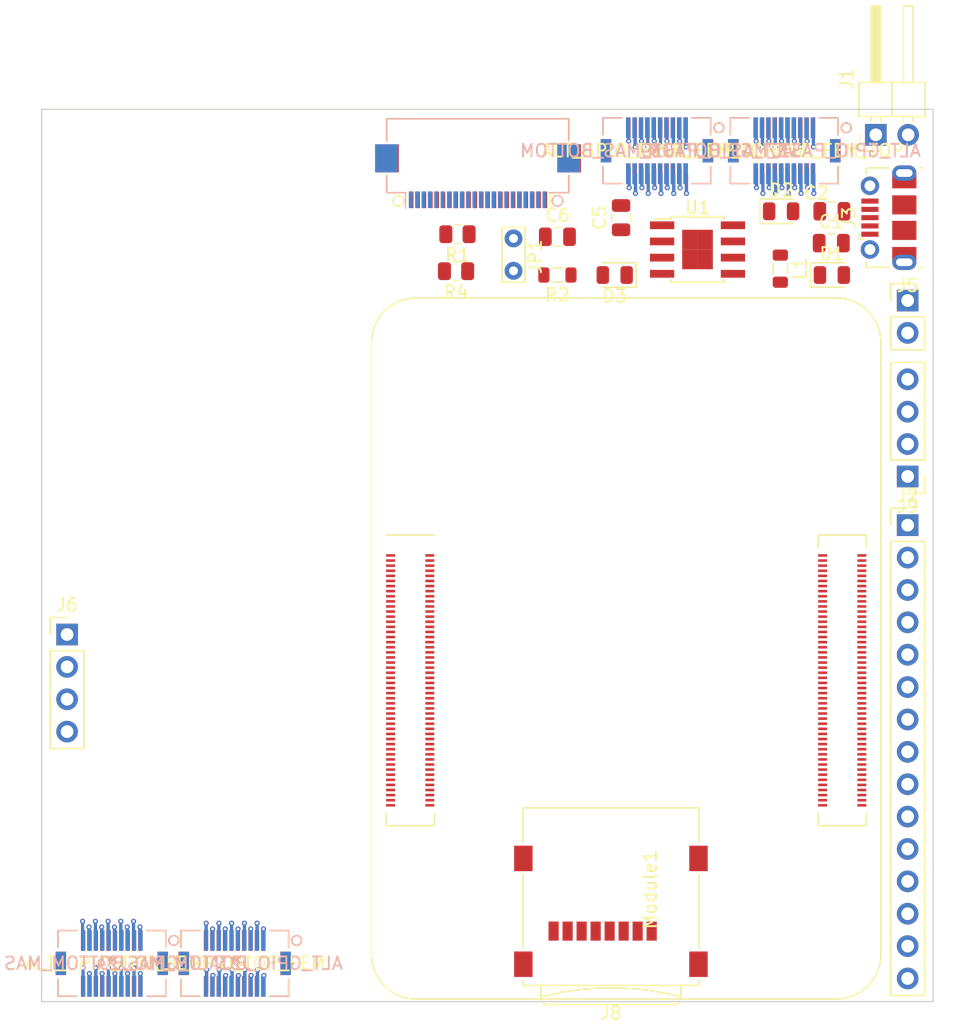
<source format=kicad_pcb>
(kicad_pcb (version 20210824) (generator pcbnew)
  (layers (0 "F.Cu" signal) (31 "B.Cu" signal) (34 "B.Paste" user) (35 "F.Paste" user) (36 "B.SilkS" user "B.Silkscreen") (37 "F.SilkS" user "F.Silkscreen") (38 "B.Mask" user) (39 "F.Mask" user) (44 "Edge.Cuts" user))
  (net 0 "")
  (net 1 "GND")
  (net 2 "Net-(D1-Pad2)")
  (net 3 "Net-(C6-Pad2)")
  (net 4 "Net-(J2-Pad1)")
  (net 5 "Net-(J2-Pad2)")
  (net 6 "Net-(J2-Pad3)")
  (net 7 "Net-(J2-Pad4)")
  (net 8 "Net-(J2-Pad5)")
  (net 9 "Net-(J2-Pad7)")
  (net 10 "Net-(J2-Pad8)")
  (net 11 "Net-(J2-Pad9)")
  (net 12 "Net-(J2-Pad10)")
  (net 13 "Net-(J2-Pad11)")
  (net 14 "Net-(J2-Pad12)")
  (net 15 "Net-(J2-Pad13)")
  (net 16 "+1V8")
  (net 17 "Net-(J3-Pad2)")
  (net 18 "Net-(J3-Pad4)")
  (net 19 "Net-(J3-Pad3)")
  (net 20 "Net-(J23-Pad16)")
  (net 21 "Net-(J23-Pad17)")
  (net 22 "Net-(J23-Pad18)")
  (net 23 "Net-(J23-Pad19)")
  (net 24 "Net-(J23-Pad20)")
  (net 25 "Net-(J5-Pad1)")
  (net 26 "Net-(J5-Pad2)")
  (net 27 "Net-(J24-Pad1)")
  (net 28 "Net-(J24-Pad2)")
  (net 29 "Net-(J24-Pad3)")
  (net 30 "Net-(J24-Pad4)")
  (net 31 "Net-(J24-Pad5)")
  (net 32 "Net-(J24-Pad6)")
  (net 33 "Net-(J24-Pad7)")
  (net 34 "Net-(J24-Pad8)")
  (net 35 "+3V3")
  (net 36 "Net-(J24-Pad10)")
  (net 37 "Net-(J24-Pad11)")
  (net 38 "Net-(J24-Pad12)")
  (net 39 "Net-(J24-Pad13)")
  (net 40 "Net-(J24-Pad14)")
  (net 41 "Net-(J24-Pad15)")
  (net 42 "Net-(J24-Pad16)")
  (net 43 "Net-(J24-Pad17)")
  (net 44 "Net-(J24-Pad18)")
  (net 45 "Net-(J24-Pad19)")
  (net 46 "Net-(J24-Pad20)")
  (net 47 "Net-(J8-Pad8)")
  (net 48 "Net-(J8-Pad7)")
  (net 49 "Net-(J8-Pad5)")
  (net 50 "Net-(J8-Pad3)")
  (net 51 "Net-(J8-Pad2)")
  (net 52 "Net-(J8-Pad1)")
  (net 53 "+5V")
  (net 54 "+5P")
  (net 55 "Net-(J15-Pad2)")
  (net 56 "Net-(J15-Pad3)")
  (net 57 "Net-(J15-Pad5)")
  (net 58 "Net-(J15-Pad6)")
  (net 59 "Net-(J15-Pad8)")
  (net 60 "Net-(J15-Pad9)")
  (net 67 "ID_SC")
  (net 68 "ID_SD")
  (net 69 "Net-(J16-Pad1)")
  (net 70 "Net-(J16-Pad2)")
  (net 71 "Net-(J16-Pad3)")
  (net 72 "Net-(J16-Pad4)")
  (net 73 "Net-(J16-Pad5)")
  (net 74 "Net-(J16-Pad6)")
  (net 75 "Net-(J16-Pad7)")
  (net 76 "Net-(J16-Pad8)")
  (net 77 "Net-(J16-Pad9)")
  (net 78 "Net-(J16-Pad10)")
  (net 79 "Net-(J16-Pad11)")
  (net 80 "Net-(J16-Pad12)")
  (net 81 "Net-(J16-Pad13)")
  (net 82 "Net-(J16-Pad14)")
  (net 83 "Net-(J16-Pad15)")
  (net 84 "Net-(J16-Pad16)")
  (net 85 "Net-(J16-Pad17)")
  (net 86 "Net-(J16-Pad18)")
  (net 87 "Net-(J16-Pad19)")
  (net 88 "Net-(J16-Pad20)")
  (net 89 "Net-(J18-Pad2)")
  (net 90 "Net-(J18-Pad3)")
  (net 91 "Net-(J18-Pad5)")
  (net 92 "Net-(J18-Pad6)")
  (net 93 "Net-(J18-Pad8)")
  (net 94 "Net-(J18-Pad9)")
  (net 101 "Net-(J19-Pad1)")
  (net 102 "Net-(J19-Pad2)")
  (net 103 "Net-(J19-Pad3)")
  (net 104 "Net-(J19-Pad4)")
  (net 105 "Net-(J19-Pad5)")
  (net 106 "Net-(J19-Pad6)")
  (net 107 "Net-(J19-Pad7)")
  (net 108 "Net-(J19-Pad8)")
  (net 109 "Net-(J19-Pad9)")
  (net 110 "Net-(J19-Pad10)")
  (net 111 "Net-(J19-Pad11)")
  (net 112 "Net-(J19-Pad12)")
  (net 113 "Net-(J19-Pad13)")
  (net 114 "Net-(J19-Pad14)")
  (net 115 "Net-(J19-Pad15)")
  (net 116 "Net-(J19-Pad16)")
  (net 117 "Net-(J19-Pad17)")
  (net 118 "Net-(J19-Pad18)")
  (net 119 "Net-(J19-Pad19)")
  (net 120 "Net-(J19-Pad20)")
  (net 124 "SCL3")
  (net 125 "SDA3")
  (net 145 "Net-(J13-Pad52)")
  (net 148 "Net-(J13-Pad50)")
  (net 149 "Net-(J13-Pad55)")
  (net 151 "Net-(J13-Pad53)")
  (net 152 "Net-(J13-Pad37)")
  (net 153 "Net-(J13-Pad35)")
  (net 154 "Net-(J13-Pad31)")
  (net 155 "Net-(J13-Pad29)")
  (net 190 "Net-(JP1-Pad2)")
  (net 201 "Net-(C1-Pad1)")
  (net 202 "Net-(C5-Pad1)")
  (net 203 "Net-(C5-Pad2)")
  (footprint "Inductor_SMD:L_0805_2012Metric" (layer "F.Cu") (at 153 57.5 -90)
    (fp_text reference "L1")
    (fp_text value "8.2uH")
  )
  (footprint "Connector_PinHeader_2.54mm:PinHeader_1x02_P2.54mm_Horizontal" (layer "F.Cu") (at 160.5 47 90)
    (fp_text reference "J1")
    (fp_text value "5.5-42v_in")
  )
  (footprint "LibsCustom:10132797-021100LF" (layer "F.Cu") (at 100.6698 112)
    (fp_text reference "J7")
    (fp_text value "ALT_GPIO_TOP_FEM")
  )
  (footprint "Capacitor_SMD:C_0805_2012Metric" (layer "F.Cu") (at 157.05 53)
    (fp_text reference "C2")
    (fp_text value "22uF")
  )
  (footprint "LibsCustom:10132797-021100LF" (layer "F.Cu") (at 153.4975 48.25)
    (fp_text reference "J16")
    (fp_text value "ALT_GPIO_PASS_FEM_TOP")
  )
  (footprint "Capacitor_SMD:C_0805_2012Metric" (layer "F.Cu") (at 135.5 55)
    (fp_text reference "C6")
    (fp_text value "120uF")
  )
  (footprint "LibsCustom:10132797-021100LF" (layer "F.Cu") (at 143.4975 48.25)
    (fp_text reference "J20")
    (fp_text value "ALT_GPIO_PASS_FEM_TOP")
  )
  (footprint "LibsCM4IO:Raspberry-Pi-4-Compute-Module" (layer "F.Cu") (at 124.4 111.3)
    (fp_text reference "Module1")
    (fp_text value "ComputeModule4-CM4")
  )
  (footprint "Inductor_SMD:L_0805_2012Metric" (layer "F.Cu") (at 135.5 58 180)
    (fp_text reference "R2")
    (fp_text value "1k")
  )
  (footprint "Resistor_SMD:R_0805_2012Metric" (layer "F.Cu") (at 127.54 57.7 180)
    (fp_text reference "R4")
    (fp_text value "2.2K")
  )
  (footprint "Connector_PinHeader_2.54mm:PinHeader_1x02_P2.54mm_Vertical" (layer "F.Cu") (at 163 60)
    (fp_text reference "J5")
    (fp_text value "ETH_SYNC")
  )
  (footprint "Connector_PinHeader_2.54mm:PinHeader_1x04_P2.54mm_Vertical" (layer "F.Cu") (at 163 73.8 180)
    (fp_text reference "J9")
    (fp_text value "CENTRAL_IO_A")
  )
  (footprint "Connector_Card:microSD_HC_Wuerth_693072010801" (layer "F.Cu") (at 139.7 107.9175 180)
    (fp_text reference "J8")
    (fp_text value "Micro_SD_Card")
  )
  (footprint "Diode_SMD:D_0805_2012Metric" (layer "F.Cu") (at 140 58 180)
    (fp_text reference "D3")
    (fp_text value "10v 3A")
  )
  (footprint "Diode_SMD:D_0805_2012Metric" (layer "F.Cu") (at 153.0625 53)
    (fp_text reference "D2")
    (fp_text value "80v_5A")
  )
  (footprint "Diode_SMD:D_0805_2012Metric" (layer "F.Cu") (at 157.05 58)
    (fp_text reference "D1")
    (fp_text value "D_Schottky")
  )
  (footprint "Capacitor_SMD:C_0805_2012Metric" (layer "F.Cu") (at 157 55.5)
    (fp_text reference "C1")
    (fp_text value "6.8uF")
  )
  (footprint "LibsCM4IO:Hirose_FH12-22S-0.5SH_1x22-1MP_P0.50mm_Horizontal" (layer "F.Cu") (at 129.2975 50.25 180)
    (fp_text reference "J15")
    (fp_text value "Conn_01x22_Female")
  )
  (footprint "Resistor_SMD:R_0805_2012Metric" (layer "F.Cu") (at 127.6525 54.8 180)
    (fp_text reference "R1")
    (fp_text value "2.2K")
  )
  (footprint "Connector_PinHeader_2.54mm:PinHeader_1x04_P2.54mm_Vertical" (layer "F.Cu") (at 97 86.2)
    (fp_text reference "J6")
    (fp_text value "CENTRAL_IO_A")
  )
  (footprint "Package_SO:TI_SO-PowerPAD-8" (layer "F.Cu") (at 146.5 56)
    (fp_text reference "U1")
    (fp_text value "LM22676MR-5")
  )
  (footprint "Connector_PinHeader_2.54mm:PinHeader_1x15_P2.54mm_Vertical" (layer "F.Cu") (at 163 77.625)
    (fp_text reference "J2")
    (fp_text value "GPIO_ALT_AUX")
  )
  (footprint "LibsCustom:10132797-021100LF" (layer "F.Cu") (at 110.3198 112)
    (fp_text reference "J4")
    (fp_text value "ALT_GPIO_TOP_FEM")
  )
  (footprint "Capacitor_SMD:C_0805_2012Metric" (layer "F.Cu") (at 140.5 53.5 90)
    (fp_text reference "C5")
    (fp_text value "10nF")
  )
  (footprint "Connector_USB:USB_Micro-B_Molex-105017-0001" (layer "F.Cu") (at 161.5 53.5 90)
    (fp_text reference "J3")
    (fp_text value "USB_B_Micro")
  )
  (footprint "TestPoint:TestPoint_Bridge_Pitch2.54mm_Drill0.7mm" (layer "F.Cu") (at 132.0525 57.67 90)
    (fp_text reference "JP1")
    (fp_text value "REG_EN")
  )
  (footprint "LibsCustom:10132798-022100LF" (layer "B.Cu") (at 153.2975 48.25 180)
    (fp_text reference "J17")
    (fp_text value "ALT_GPIO_PASS_MAS_BOTTOM")
  )
  (footprint "LibsCustom:10132798-022100LF" (layer "B.Cu") (at 143.2975 48.25 180)
    (fp_text reference "J19")
    (fp_text value "ALT_GPIO_PASS_MAS_BOTTOM")
  )
  (footprint "LibsCustom:10132798-022100LF" (layer "B.Cu") (at 100.5198 112 180)
    (fp_text reference "J24")
    (fp_text value "ALT_GPIO_BOTTOM_MAS")
  )
  (footprint "LibsCM4IO:Hirose_FH12-22S-0.5SH_1x22-1MP_P0.50mm_Horizontal" (layer "B.Cu") (at 129.23 50.24)
    (fp_text reference "J18")
    (fp_text value "Conn_01x22_Female")
  )
  (footprint "LibsCustom:10132798-022100LF" (layer "B.Cu") (at 110.1698 112 180)
    (fp_text reference "J23")
    (fp_text value "ALT_GPIO_BOTTOM_MAS")
  )
  (gr_rect (start 95 45) (end 165 115) (layer "Edge.Cuts") (width 0.1) (fill none))
  (segment (start 109.919798 110.350002) (end 109.919799 108.850001) (width 0.25) (layer "F.Cu") (net 1))
  (segment (start 109.449999 114.450001) (end 109.45 112.95) (width 0.25) (layer "F.Cu") (net 1))
  (via (at 109.919799 108.850001) (size 0.4) (drill 0.2) (layers "F.Cu" "B.Cu") (net 1))
  (via (at 109.45 112.95) (size 0.4) (drill 0.2) (layers "F.Cu" "B.Cu") (net 1))
  (segment (start 109.45 112.95) (end 109.45 114.430202) (width 0.25) (layer "B.Cu") (net 1))
  (segment (start 109.45 114.430202) (end 109.469799 114.450001) (width 0.25) (layer "B.Cu") (net 1))
  (segment (start 109.919799 108.850001) (end 109.919799 110.330203) (width 0.25) (layer "B.Cu") (net 1))
  (segment (start 109.919799 110.330203) (end 109.939598 110.350002) (width 0.25) (layer "B.Cu") (net 1))
  (segment (start 112.419798 110.800002) (end 112.419799 109.300001) (width 0.25) (layer "F.Cu") (net 4))
  (via (at 112.419799 109.300001) (size 0.4) (drill 0.2) (layers "F.Cu" "B.Cu") (net 4))
  (segment (start 112.419799 109.300001) (end 112.419799 110.780203) (width 0.25) (layer "B.Cu") (net 4))
  (segment (start 112.419799 110.780203) (end 112.439598 110.800002) (width 0.25) (layer "B.Cu") (net 4))
  (segment (start 111.919798 110.350002) (end 111.919799 108.850001) (width 0.25) (layer "F.Cu") (net 5))
  (via (at 111.919799 108.850001) (size 0.4) (drill 0.2) (layers "F.Cu" "B.Cu") (net 5))
  (segment (start 111.919799 110.330203) (end 111.939598 110.350002) (width 0.25) (layer "B.Cu") (net 5))
  (segment (start 111.919799 108.850001) (end 111.919799 110.330203) (width 0.25) (layer "B.Cu") (net 5))
  (segment (start 111.419798 110.800002) (end 111.419799 109.300001) (width 0.25) (layer "F.Cu") (net 6))
  (via (at 111.419799 109.300001) (size 0.4) (drill 0.2) (layers "F.Cu" "B.Cu") (net 6))
  (segment (start 111.419799 109.300001) (end 111.419799 110.780203) (width 0.25) (layer "B.Cu") (net 6))
  (segment (start 111.419799 110.780203) (end 111.439598 110.800002) (width 0.25) (layer "B.Cu") (net 6))
  (segment (start 110.919798 110.350002) (end 110.919799 108.850001) (width 0.25) (layer "F.Cu") (net 7))
  (via (at 110.919799 108.850001) (size 0.4) (drill 0.2) (layers "F.Cu" "B.Cu") (net 7))
  (segment (start 110.919799 108.850001) (end 110.919799 110.330203) (width 0.25) (layer "B.Cu") (net 7))
  (segment (start 110.919799 110.330203) (end 110.939598 110.350002) (width 0.25) (layer "B.Cu") (net 7))
  (segment (start 110.419798 110.800002) (end 110.419799 109.300001) (width 0.25) (layer "F.Cu") (net 8))
  (via (at 110.419799 109.300001) (size 0.4) (drill 0.2) (layers "F.Cu" "B.Cu") (net 8))
  (segment (start 110.419799 109.300001) (end 110.419799 110.780203) (width 0.25) (layer "B.Cu") (net 8))
  (segment (start 110.419799 110.780203) (end 110.439598 110.800002) (width 0.25) (layer "B.Cu") (net 8))
  (segment (start 109.419798 110.800002) (end 109.419799 109.300001) (width 0.25) (layer "F.Cu") (net 9))
  (via (at 109.419799 109.300001) (size 0.4) (drill 0.2) (layers "F.Cu" "B.Cu") (net 9))
  (segment (start 109.419799 110.780203) (end 109.439598 110.800002) (width 0.25) (layer "B.Cu") (net 9))
  (segment (start 109.419799 109.300001) (end 109.419799 110.780203) (width 0.25) (layer "B.Cu") (net 9))
  (segment (start 108.919798 110.350002) (end 108.919799 108.850001) (width 0.25) (layer "F.Cu") (net 10))
  (via (at 108.919799 108.850001) (size 0.4) (drill 0.2) (layers "F.Cu" "B.Cu") (net 10))
  (segment (start 108.919799 108.850001) (end 108.919799 110.330203) (width 0.25) (layer "B.Cu") (net 10))
  (segment (start 108.919799 110.330203) (end 108.939598 110.350002) (width 0.25) (layer "B.Cu") (net 10))
  (segment (start 108.419798 110.800002) (end 108.419799 109.300001) (width 0.25) (layer "F.Cu") (net 11))
  (via (at 108.419799 109.300001) (size 0.4) (drill 0.2) (layers "F.Cu" "B.Cu") (net 11))
  (segment (start 108.419799 109.300001) (end 108.419799 110.780203) (width 0.25) (layer "B.Cu") (net 11))
  (segment (start 108.419799 110.780203) (end 108.439598 110.800002) (width 0.25) (layer "B.Cu") (net 11))
  (segment (start 107.919798 110.350002) (end 107.919799 108.850001) (width 0.25) (layer "F.Cu") (net 12))
  (via (at 107.919799 108.850001) (size 0.4) (drill 0.2) (layers "F.Cu" "B.Cu") (net 12))
  (segment (start 107.919799 110.330203) (end 107.939598 110.350002) (width 0.25) (layer "B.Cu") (net 12))
  (segment (start 107.919799 108.850001) (end 107.919799 110.330203) (width 0.25) (layer "B.Cu") (net 12))
  (segment (start 107.949999 114.000001) (end 107.95 112.5) (width 0.25) (layer "F.Cu") (net 13))
  (via (at 107.95 112.5) (size 0.4) (drill 0.2) (layers "F.Cu" "B.Cu") (net 13))
  (segment (start 107.95 113.980202) (end 107.969799 114.000001) (width 0.25) (layer "B.Cu") (net 13))
  (segment (start 107.95 112.5) (end 107.95 113.980202) (width 0.25) (layer "B.Cu") (net 13))
  (segment (start 108.449999 114.450001) (end 108.45 112.95) (width 0.25) (layer "F.Cu") (net 14))
  (via (at 108.45 112.95) (size 0.4) (drill 0.2) (layers "F.Cu" "B.Cu") (net 14))
  (segment (start 108.45 114.430202) (end 108.469799 114.450001) (width 0.25) (layer "B.Cu") (net 14))
  (segment (start 108.45 112.95) (end 108.45 114.430202) (width 0.25) (layer "B.Cu") (net 14))
  (segment (start 108.949999 114.000001) (end 108.95 112.5) (width 0.25) (layer "F.Cu") (net 15))
  (via (at 108.95 112.5) (size 0.4) (drill 0.2) (layers "F.Cu" "B.Cu") (net 15))
  (segment (start 108.95 113.980202) (end 108.969799 114.000001) (width 0.25) (layer "B.Cu") (net 15))
  (segment (start 108.95 112.5) (end 108.95 113.980202) (width 0.25) (layer "B.Cu") (net 15))
  (segment (start 109.949999 114.000001) (end 109.95 112.5) (width 0.25) (layer "F.Cu") (net 16))
  (via (at 109.95 112.5) (size 0.4) (drill 0.2) (layers "F.Cu" "B.Cu") (net 16))
  (segment (start 109.95 113.980202) (end 109.969799 114.000001) (width 0.25) (layer "B.Cu") (net 16))
  (segment (start 109.95 112.5) (end 109.95 113.980202) (width 0.25) (layer "B.Cu") (net 16))
  (segment (start 110.449999 114.450001) (end 110.45 112.95) (width 0.25) (layer "F.Cu") (net 20))
  (via (at 110.45 112.95) (size 0.4) (drill 0.2) (layers "F.Cu" "B.Cu") (net 20))
  (segment (start 110.45 112.95) (end 110.45 114.430202) (width 0.25) (layer "B.Cu") (net 20))
  (segment (start 110.45 114.430202) (end 110.469799 114.450001) (width 0.25) (layer "B.Cu") (net 20))
  (segment (start 110.949999 114.000001) (end 110.95 112.5) (width 0.25) (layer "F.Cu") (net 21))
  (via (at 110.95 112.5) (size 0.4) (drill 0.2) (layers "F.Cu" "B.Cu") (net 21))
  (segment (start 110.95 112.5) (end 110.95 113.980202) (width 0.25) (layer "B.Cu") (net 21))
  (segment (start 110.95 113.980202) (end 110.969799 114.000001) (width 0.25) (layer "B.Cu") (net 21))
  (segment (start 111.449999 114.450001) (end 111.45 112.95) (width 0.25) (layer "F.Cu") (net 22))
  (via (at 111.45 112.95) (size 0.4) (drill 0.2) (layers "F.Cu" "B.Cu") (net 22))
  (segment (start 111.45 112.95) (end 111.45 114.430202) (width 0.25) (layer "B.Cu") (net 22))
  (segment (start 111.45 114.430202) (end 111.469799 114.450001) (width 0.25) (layer "B.Cu") (net 22))
  (segment (start 111.949999 114.000001) (end 111.95 112.5) (width 0.25) (layer "F.Cu") (net 23))
  (via (at 111.95 112.5) (size 0.4) (drill 0.2) (layers "F.Cu" "B.Cu") (net 23))
  (segment (start 111.95 112.5) (end 111.95 113.980202) (width 0.25) (layer "B.Cu") (net 23))
  (segment (start 111.95 113.980202) (end 111.969799 114.000001) (width 0.25) (layer "B.Cu") (net 23))
  (segment (start 112.449999 114.450001) (end 112.45 112.95) (width 0.25) (layer "F.Cu") (net 24))
  (via (at 112.45 112.95) (size 0.4) (drill 0.2) (layers "F.Cu" "B.Cu") (net 24))
  (segment (start 112.45 114.430202) (end 112.469799 114.450001) (width 0.25) (layer "B.Cu") (net 24))
  (segment (start 112.45 112.95) (end 112.45 114.430202) (width 0.25) (layer "B.Cu") (net 24))
  (segment (start 102.719798 110.650002) (end 102.719799 109.150001) (width 0.25) (layer "F.Cu") (net 27))
  (via (at 102.719799 109.150001) (size 0.4) (drill 0.2) (layers "F.Cu" "B.Cu") (net 27))
  (segment (start 102.719799 110.630203) (end 102.739598 110.650002) (width 0.25) (layer "B.Cu") (net 27))
  (segment (start 102.719799 109.150001) (end 102.719799 110.630203) (width 0.25) (layer "B.Cu") (net 27))
  (segment (start 102.219798 110.200002) (end 102.219799 108.700001) (width 0.25) (layer "F.Cu") (net 28))
  (via (at 102.219799 108.700001) (size 0.4) (drill 0.2) (layers "F.Cu" "B.Cu") (net 28))
  (segment (start 102.219799 110.180203) (end 102.239598 110.200002) (width 0.25) (layer "B.Cu") (net 28))
  (segment (start 102.219799 108.700001) (end 102.219799 110.180203) (width 0.25) (layer "B.Cu") (net 28))
  (segment (start 101.719798 110.650002) (end 101.719799 109.150001) (width 0.25) (layer "F.Cu") (net 29))
  (via (at 101.719799 109.150001) (size 0.4) (drill 0.2) (layers "F.Cu" "B.Cu") (net 29))
  (segment (start 101.719799 109.150001) (end 101.719799 110.630203) (width 0.25) (layer "B.Cu") (net 29))
  (segment (start 101.719799 110.630203) (end 101.739598 110.650002) (width 0.25) (layer "B.Cu") (net 29))
  (segment (start 101.219798 110.200002) (end 101.219799 108.700001) (width 0.25) (layer "F.Cu") (net 30))
  (via (at 101.219799 108.700001) (size 0.4) (drill 0.2) (layers "F.Cu" "B.Cu") (net 30))
  (segment (start 101.219799 110.180203) (end 101.239598 110.200002) (width 0.25) (layer "B.Cu") (net 30))
  (segment (start 101.219799 108.700001) (end 101.219799 110.180203) (width 0.25) (layer "B.Cu") (net 30))
  (segment (start 100.719798 110.650002) (end 100.719799 109.150001) (width 0.25) (layer "F.Cu") (net 31))
  (via (at 100.719799 109.150001) (size 0.4) (drill 0.2) (layers "F.Cu" "B.Cu") (net 31))
  (segment (start 100.719799 110.630203) (end 100.739598 110.650002) (width 0.25) (layer "B.Cu") (net 31))
  (segment (start 100.719799 109.150001) (end 100.719799 110.630203) (width 0.25) (layer "B.Cu") (net 31))
  (segment (start 100.219798 110.200002) (end 100.219799 108.700001) (width 0.25) (layer "F.Cu") (net 32))
  (via (at 100.219799 108.700001) (size 0.4) (drill 0.2) (layers "F.Cu" "B.Cu") (net 32))
  (segment (start 100.219799 108.700001) (end 100.219799 110.180203) (width 0.25) (layer "B.Cu") (net 32))
  (segment (start 100.219799 110.180203) (end 100.239598 110.200002) (width 0.25) (layer "B.Cu") (net 32))
  (segment (start 99.719798 110.650002) (end 99.719799 109.150001) (width 0.25) (layer "F.Cu") (net 33))
  (via (at 99.719799 109.150001) (size 0.4) (drill 0.2) (layers "F.Cu" "B.Cu") (net 33))
  (segment (start 99.719799 110.630203) (end 99.739598 110.650002) (width 0.25) (layer "B.Cu") (net 33))
  (segment (start 99.719799 109.150001) (end 99.719799 110.630203) (width 0.25) (layer "B.Cu") (net 33))
  (segment (start 99.219798 110.200002) (end 99.219799 108.700001) (width 0.25) (layer "F.Cu") (net 34))
  (via (at 99.219799 108.700001) (size 0.4) (drill 0.2) (layers "F.Cu" "B.Cu") (net 34))
  (segment (start 99.219799 110.180203) (end 99.239598 110.200002) (width 0.25) (layer "B.Cu") (net 34))
  (segment (start 99.219799 108.700001) (end 99.219799 110.180203) (width 0.25) (layer "B.Cu") (net 34))
  (segment (start 98.719798 110.650002) (end 98.719799 109.150001) (width 0.25) (layer "F.Cu") (net 35))
  (via (at 98.719799 109.150001) (size 0.4) (drill 0.2) (layers "F.Cu" "B.Cu") (net 35))
  (segment (start 98.719799 110.630203) (end 98.739598 110.650002) (width 0.25) (layer "B.Cu") (net 35))
  (segment (start 98.719799 109.150001) (end 98.719799 110.630203) (width 0.25) (layer "B.Cu") (net 35))
  (segment (start 98.219798 110.200002) (end 98.219799 108.700001) (width 0.25) (layer "F.Cu") (net 36))
  (via (at 98.219799 108.700001) (size 0.4) (drill 0.2) (layers "F.Cu" "B.Cu") (net 36))
  (segment (start 98.219799 108.700001) (end 98.219799 110.180203) (width 0.25) (layer "B.Cu") (net 36))
  (segment (start 98.219799 110.180203) (end 98.239598 110.200002) (width 0.25) (layer "B.Cu") (net 36))
  (segment (start 98.249999 113.850001) (end 98.25 112.35) (width 0.25) (layer "F.Cu") (net 37))
  (via (at 98.25 112.35) (size 0.4) (drill 0.2) (layers "F.Cu" "B.Cu") (net 37))
  (segment (start 98.25 112.35) (end 98.25 113.830202) (width 0.25) (layer "B.Cu") (net 37))
  (segment (start 98.25 113.830202) (end 98.269799 113.850001) (width 0.25) (layer "B.Cu") (net 37))
  (segment (start 98.749999 114.300001) (end 98.75 112.8) (width 0.25) (layer "F.Cu") (net 38))
  (via (at 98.75 112.8) (size 0.4) (drill 0.2) (layers "F.Cu" "B.Cu") (net 38))
  (segment (start 98.75 112.8) (end 98.75 114.280202) (width 0.25) (layer "B.Cu") (net 38))
  (segment (start 98.75 114.280202) (end 98.769799 114.300001) (width 0.25) (layer "B.Cu") (net 38))
  (segment (start 99.249999 113.850001) (end 99.25 112.35) (width 0.25) (layer "F.Cu") (net 39))
  (via (at 99.25 112.35) (size 0.4) (drill 0.2) (layers "F.Cu" "B.Cu") (net 39))
  (segment (start 99.25 112.35) (end 99.25 113.830202) (width 0.25) (layer "B.Cu") (net 39))
  (segment (start 99.25 113.830202) (end 99.269799 113.850001) (width 0.25) (layer "B.Cu") (net 39))
  (segment (start 99.749999 114.300001) (end 99.75 112.8) (width 0.25) (layer "F.Cu") (net 40))
  (via (at 99.75 112.8) (size 0.4) (drill 0.2) (layers "F.Cu" "B.Cu") (net 40))
  (segment (start 99.75 112.8) (end 99.75 114.280202) (width 0.25) (layer "B.Cu") (net 40))
  (segment (start 99.75 114.280202) (end 99.769799 114.300001) (width 0.25) (layer "B.Cu") (net 40))
  (segment (start 100.249999 113.850001) (end 100.25 112.35) (width 0.25) (layer "F.Cu") (net 41))
  (via (at 100.25 112.35) (size 0.4) (drill 0.2) (layers "F.Cu" "B.Cu") (net 41))
  (segment (start 100.25 113.830202) (end 100.269799 113.850001) (width 0.25) (layer "B.Cu") (net 41))
  (segment (start 100.25 112.35) (end 100.25 113.830202) (width 0.25) (layer "B.Cu") (net 41))
  (segment (start 100.749999 114.300001) (end 100.75 112.8) (width 0.25) (layer "F.Cu") (net 42))
  (via (at 100.75 112.8) (size 0.4) (drill 0.2) (layers "F.Cu" "B.Cu") (net 42))
  (segment (start 100.75 114.280202) (end 100.769799 114.300001) (width 0.25) (layer "B.Cu") (net 42))
  (segment (start 100.75 112.8) (end 100.75 114.280202) (width 0.25) (layer "B.Cu") (net 42))
  (segment (start 101.249999 113.850001) (end 101.25 112.35) (width 0.25) (layer "F.Cu") (net 43))
  (via (at 101.25 112.35) (size 0.4) (drill 0.2) (layers "F.Cu" "B.Cu") (net 43))
  (segment (start 101.25 112.35) (end 101.25 113.830202) (width 0.25) (layer "B.Cu") (net 43))
  (segment (start 101.25 113.830202) (end 101.269799 113.850001) (width 0.25) (layer "B.Cu") (net 43))
  (segment (start 101.749999 114.300001) (end 101.75 112.8) (width 0.25) (layer "F.Cu") (net 44))
  (via (at 101.75 112.8) (size 0.4) (drill 0.2) (layers "F.Cu" "B.Cu") (net 44))
  (segment (start 101.75 114.280202) (end 101.769799 114.300001) (width 0.25) (layer "B.Cu") (net 44))
  (segment (start 101.75 112.8) (end 101.75 114.280202) (width 0.25) (layer "B.Cu") (net 44))
  (segment (start 102.249999 113.850001) (end 102.25 112.35) (width 0.25) (layer "F.Cu") (net 45))
  (via (at 102.25 112.35) (size 0.4) (drill 0.2) (layers "F.Cu" "B.Cu") (net 45))
  (segment (start 102.25 112.35) (end 102.25 113.830202) (width 0.25) (layer "B.Cu") (net 45))
  (segment (start 102.25 113.830202) (end 102.269799 113.850001) (width 0.25) (layer "B.Cu") (net 45))
  (segment (start 102.749999 114.300001) (end 102.75 112.8) (width 0.25) (layer "F.Cu") (net 46))
  (via (at 102.75 112.8) (size 0.4) (drill 0.2) (layers "F.Cu" "B.Cu") (net 46))
  (segment (start 102.75 112.8) (end 102.75 114.280202) (width 0.25) (layer "B.Cu") (net 46))
  (segment (start 102.75 114.280202) (end 102.769799 114.300001) (width 0.25) (layer "B.Cu") (net 46))
  (segment (start 155.600001 46.449999) (end 155.6 47.95) (width 0.25) (layer "F.Cu") (net 69))
  (via (at 155.6 47.95) (size 0.4) (drill 0.2) (layers "F.Cu" "B.Cu") (net 69))
  (segment (start 155.6 46.469798) (end 155.580201 46.449999) (width 0.25) (layer "B.Cu") (net 69))
  (segment (start 155.6 47.95) (end 155.6 46.469798) (width 0.25) (layer "B.Cu") (net 69))
  (segment (start 155.100001 45.999999) (end 155.1 47.5) (width 0.25) (layer "F.Cu") (net 70))
  (via (at 155.1 47.5) (size 0.4) (drill 0.2) (layers "F.Cu" "B.Cu") (net 70))
  (segment (start 155.1 46.019798) (end 155.080201 45.999999) (width 0.25) (layer "B.Cu") (net 70))
  (segment (start 155.1 47.5) (end 155.1 46.019798) (width 0.25) (layer "B.Cu") (net 70))
  (segment (start 154.600001 46.449999) (end 154.6 47.95) (width 0.25) (layer "F.Cu") (net 71))
  (via (at 154.6 47.95) (size 0.4) (drill 0.2) (layers "F.Cu" "B.Cu") (net 71))
  (segment (start 154.6 47.95) (end 154.6 46.469798) (width 0.25) (layer "B.Cu") (net 71))
  (segment (start 154.6 46.469798) (end 154.580201 46.449999) (width 0.25) (layer "B.Cu") (net 71))
  (segment (start 154.100001 45.999999) (end 154.1 47.5) (width 0.25) (layer "F.Cu") (net 72))
  (via (at 154.1 47.5) (size 0.4) (drill 0.2) (layers "F.Cu" "B.Cu") (net 72))
  (segment (start 154.1 46.019798) (end 154.080201 45.999999) (width 0.25) (layer "B.Cu") (net 72))
  (segment (start 154.1 47.5) (end 154.1 46.019798) (width 0.25) (layer "B.Cu") (net 72))
  (segment (start 153.600001 46.449999) (end 153.6 47.95) (width 0.25) (layer "F.Cu") (net 73))
  (via (at 153.6 47.95) (size 0.4) (drill 0.2) (layers "F.Cu" "B.Cu") (net 73))
  (segment (start 153.6 46.469798) (end 153.580201 46.449999) (width 0.25) (layer "B.Cu") (net 73))
  (segment (start 153.6 47.95) (end 153.6 46.469798) (width 0.25) (layer "B.Cu") (net 73))
  (segment (start 153.100001 45.999999) (end 153.1 47.5) (width 0.25) (layer "F.Cu") (net 74))
  (via (at 153.1 47.5) (size 0.4) (drill 0.2) (layers "F.Cu" "B.Cu") (net 74))
  (segment (start 153.1 47.5) (end 153.1 46.019798) (width 0.25) (layer "B.Cu") (net 74))
  (segment (start 153.1 46.019798) (end 153.080201 45.999999) (width 0.25) (layer "B.Cu") (net 74))
  (segment (start 152.600001 46.449999) (end 152.6 47.95) (width 0.25) (layer "F.Cu") (net 75))
  (via (at 152.6 47.95) (size 0.4) (drill 0.2) (layers "F.Cu" "B.Cu") (net 75))
  (segment (start 152.6 47.95) (end 152.6 46.469798) (width 0.25) (layer "B.Cu") (net 75))
  (segment (start 152.6 46.469798) (end 152.580201 46.449999) (width 0.25) (layer "B.Cu") (net 75))
  (segment (start 152.100001 45.999999) (end 152.1 47.5) (width 0.25) (layer "F.Cu") (net 76))
  (via (at 152.1 47.5) (size 0.4) (drill 0.2) (layers "F.Cu" "B.Cu") (net 76))
  (segment (start 152.1 46.019798) (end 152.080201 45.999999) (width 0.25) (layer "B.Cu") (net 76))
  (segment (start 152.1 47.5) (end 152.1 46.019798) (width 0.25) (layer "B.Cu") (net 76))
  (segment (start 151.600001 46.449999) (end 151.6 47.95) (width 0.25) (layer "F.Cu") (net 77))
  (via (at 151.6 47.95) (size 0.4) (drill 0.2) (layers "F.Cu" "B.Cu") (net 77))
  (segment (start 151.6 47.95) (end 151.6 46.469798) (width 0.25) (layer "B.Cu") (net 77))
  (segment (start 151.6 46.469798) (end 151.580201 46.449999) (width 0.25) (layer "B.Cu") (net 77))
  (segment (start 151.100001 45.999999) (end 151.1 47.5) (width 0.25) (layer "F.Cu") (net 78))
  (via (at 151.1 47.5) (size 0.4) (drill 0.2) (layers "F.Cu" "B.Cu") (net 78))
  (segment (start 151.1 46.019798) (end 151.080201 45.999999) (width 0.25) (layer "B.Cu") (net 78))
  (segment (start 151.1 47.5) (end 151.1 46.019798) (width 0.25) (layer "B.Cu") (net 78))
  (segment (start 151.130202 49.649998) (end 151.130201 51.149999) (width 0.25) (layer "F.Cu") (net 79))
  (via (at 151.130201 51.149999) (size 0.4) (drill 0.2) (layers "F.Cu" "B.Cu") (net 79))
  (segment (start 151.130201 49.669797) (end 151.110402 49.649998) (width 0.25) (layer "B.Cu") (net 79))
  (segment (start 151.130201 51.149999) (end 151.130201 49.669797) (width 0.25) (layer "B.Cu") (net 79))
  (segment (start 151.630202 50.099998) (end 151.630201 51.599999) (width 0.25) (layer "F.Cu") (net 80))
  (via (at 151.630201 51.599999) (size 0.4) (drill 0.2) (layers "F.Cu" "B.Cu") (net 80))
  (segment (start 151.630201 51.599999) (end 151.630201 50.119797) (width 0.25) (layer "B.Cu") (net 80))
  (segment (start 151.630201 50.119797) (end 151.610402 50.099998) (width 0.25) (layer "B.Cu") (net 80))
  (segment (start 152.130202 49.649998) (end 152.130201 51.149999) (width 0.25) (layer "F.Cu") (net 81))
  (via (at 152.130201 51.149999) (size 0.4) (drill 0.2) (layers "F.Cu" "B.Cu") (net 81))
  (segment (start 152.130201 51.149999) (end 152.130201 49.669797) (width 0.25) (layer "B.Cu") (net 81))
  (segment (start 152.130201 49.669797) (end 152.110402 49.649998) (width 0.25) (layer "B.Cu") (net 81))
  (segment (start 152.630202 50.099998) (end 152.630201 51.599999) (width 0.25) (layer "F.Cu") (net 82))
  (via (at 152.630201 51.599999) (size 0.4) (drill 0.2) (layers "F.Cu" "B.Cu") (net 82))
  (segment (start 152.630201 50.119797) (end 152.610402 50.099998) (width 0.25) (layer "B.Cu") (net 82))
  (segment (start 152.630201 51.599999) (end 152.630201 50.119797) (width 0.25) (layer "B.Cu") (net 82))
  (segment (start 153.130202 49.649998) (end 153.130201 51.149999) (width 0.25) (layer "F.Cu") (net 83))
  (via (at 153.130201 51.149999) (size 0.4) (drill 0.2) (layers "F.Cu" "B.Cu") (net 83))
  (segment (start 153.130201 49.669797) (end 153.110402 49.649998) (width 0.25) (layer "B.Cu") (net 83))
  (segment (start 153.130201 51.149999) (end 153.130201 49.669797) (width 0.25) (layer "B.Cu") (net 83))
  (segment (start 153.630202 50.099998) (end 153.630201 51.599999) (width 0.25) (layer "F.Cu") (net 84))
  (via (at 153.630201 51.599999) (size 0.4) (drill 0.2) (layers "F.Cu" "B.Cu") (net 84))
  (segment (start 153.630201 51.599999) (end 153.630201 50.119797) (width 0.25) (layer "B.Cu") (net 84))
  (segment (start 153.630201 50.119797) (end 153.610402 50.099998) (width 0.25) (layer "B.Cu") (net 84))
  (segment (start 154.130202 49.649998) (end 154.130201 51.149999) (width 0.25) (layer "F.Cu") (net 85))
  (via (at 154.130201 51.149999) (size 0.4) (drill 0.2) (layers "F.Cu" "B.Cu") (net 85))
  (segment (start 154.130201 51.149999) (end 154.130201 49.669797) (width 0.25) (layer "B.Cu") (net 85))
  (segment (start 154.130201 49.669797) (end 154.110402 49.649998) (width 0.25) (layer "B.Cu") (net 85))
  (segment (start 154.630202 50.099998) (end 154.630201 51.599999) (width 0.25) (layer "F.Cu") (net 86))
  (via (at 154.630201 51.599999) (size 0.4) (drill 0.2) (layers "F.Cu" "B.Cu") (net 86))
  (segment (start 154.630201 50.119797) (end 154.610402 50.099998) (width 0.25) (layer "B.Cu") (net 86))
  (segment (start 154.630201 51.599999) (end 154.630201 50.119797) (width 0.25) (layer "B.Cu") (net 86))
  (segment (start 155.130202 49.649998) (end 155.130201 51.149999) (width 0.25) (layer "F.Cu") (net 87))
  (via (at 155.130201 51.149999) (size 0.4) (drill 0.2) (layers "F.Cu" "B.Cu") (net 87))
  (segment (start 155.130201 49.669797) (end 155.110402 49.649998) (width 0.25) (layer "B.Cu") (net 87))
  (segment (start 155.130201 51.149999) (end 155.130201 49.669797) (width 0.25) (layer "B.Cu") (net 87))
  (segment (start 155.630202 50.099998) (end 155.630201 51.599999) (width 0.25) (layer "F.Cu") (net 88))
  (via (at 155.630201 51.599999) (size 0.4) (drill 0.2) (layers "F.Cu" "B.Cu") (net 88))
  (segment (start 155.630201 51.599999) (end 155.630201 50.119797) (width 0.25) (layer "B.Cu") (net 88))
  (segment (start 155.630201 50.119797) (end 155.610402 50.099998) (width 0.25) (layer "B.Cu") (net 88))
  (segment (start 145.600001 46.449999) (end 145.6 47.95) (width 0.25) (layer "F.Cu") (net 101))
  (via (at 145.6 47.95) (size 0.4) (drill 0.2) (layers "F.Cu" "B.Cu") (net 101))
  (segment (start 145.6 46.469798) (end 145.580201 46.449999) (width 0.25) (layer "B.Cu") (net 101))
  (segment (start 145.6 47.95) (end 145.6 46.469798) (width 0.25) (layer "B.Cu") (net 101))
  (segment (start 145.100001 45.999999) (end 145.1 47.5) (width 0.25) (layer "F.Cu") (net 102))
  (via (at 145.1 47.5) (size 0.4) (drill 0.2) (layers "F.Cu" "B.Cu") (net 102))
  (segment (start 145.1 46.019798) (end 145.080201 45.999999) (width 0.25) (layer "B.Cu") (net 102))
  (segment (start 145.1 47.5) (end 145.1 46.019798) (width 0.25) (layer "B.Cu") (net 102))
  (segment (start 144.600001 46.449999) (end 144.6 47.95) (width 0.25) (layer "F.Cu") (net 103))
  (via (at 144.6 47.95) (size 0.4) (drill 0.2) (layers "F.Cu" "B.Cu") (net 103))
  (segment (start 144.6 46.469798) (end 144.580201 46.449999) (width 0.25) (layer "B.Cu") (net 103))
  (segment (start 144.6 47.95) (end 144.6 46.469798) (width 0.25) (layer "B.Cu") (net 103))
  (segment (start 144.100001 45.999999) (end 144.1 47.5) (width 0.25) (layer "F.Cu") (net 104))
  (via (at 144.1 47.5) (size 0.4) (drill 0.2) (layers "F.Cu" "B.Cu") (net 104))
  (segment (start 144.1 47.5) (end 144.1 46.019798) (width 0.25) (layer "B.Cu") (net 104))
  (segment (start 144.1 46.019798) (end 144.080201 45.999999) (width 0.25) (layer "B.Cu") (net 104))
  (segment (start 143.600001 46.449999) (end 143.6 47.95) (width 0.25) (layer "F.Cu") (net 105))
  (via (at 143.6 47.95) (size 0.4) (drill 0.2) (layers "F.Cu" "B.Cu") (net 105))
  (segment (start 143.6 47.95) (end 143.6 46.469798) (width 0.25) (layer "B.Cu") (net 105))
  (segment (start 143.6 46.469798) (end 143.580201 46.449999) (width 0.25) (layer "B.Cu") (net 105))
  (segment (start 143.100001 45.999999) (end 143.1 47.5) (width 0.25) (layer "F.Cu") (net 106))
  (via (at 143.1 47.5) (size 0.4) (drill 0.2) (layers "F.Cu" "B.Cu") (net 106))
  (segment (start 143.1 47.5) (end 143.1 46.019798) (width 0.25) (layer "B.Cu") (net 106))
  (segment (start 143.1 46.019798) (end 143.080201 45.999999) (width 0.25) (layer "B.Cu") (net 106))
  (segment (start 142.600001 46.449999) (end 142.6 47.95) (width 0.25) (layer "F.Cu") (net 107))
  (via (at 142.6 47.95) (size 0.4) (drill 0.2) (layers "F.Cu" "B.Cu") (net 107))
  (segment (start 142.6 47.95) (end 142.6 46.469798) (width 0.25) (layer "B.Cu") (net 107))
  (segment (start 142.6 46.469798) (end 142.580201 46.449999) (width 0.25) (layer "B.Cu") (net 107))
  (segment (start 142.100001 45.999999) (end 142.1 47.5) (width 0.25) (layer "F.Cu") (net 108))
  (via (at 142.1 47.5) (size 0.4) (drill 0.2) (layers "F.Cu" "B.Cu") (net 108))
  (segment (start 142.1 46.019798) (end 142.080201 45.999999) (width 0.25) (layer "B.Cu") (net 108))
  (segment (start 142.1 47.5) (end 142.1 46.019798) (width 0.25) (layer "B.Cu") (net 108))
  (segment (start 141.600001 46.449999) (end 141.6 47.95) (width 0.25) (layer "F.Cu") (net 109))
  (via (at 141.6 47.95) (size 0.4) (drill 0.2) (layers "F.Cu" "B.Cu") (net 109))
  (segment (start 141.6 46.469798) (end 141.580201 46.449999) (width 0.25) (layer "B.Cu") (net 109))
  (segment (start 141.6 47.95) (end 141.6 46.469798) (width 0.25) (layer "B.Cu") (net 109))
  (segment (start 141.100001 45.999999) (end 141.1 47.5) (width 0.25) (layer "F.Cu") (net 110))
  (via (at 141.1 47.5) (size 0.4) (drill 0.2) (layers "F.Cu" "B.Cu") (net 110))
  (segment (start 141.1 46.019798) (end 141.080201 45.999999) (width 0.25) (layer "B.Cu") (net 110))
  (segment (start 141.1 47.5) (end 141.1 46.019798) (width 0.25) (layer "B.Cu") (net 110))
  (segment (start 141.130202 49.649998) (end 141.130201 51.149999) (width 0.25) (layer "F.Cu") (net 111))
  (via (at 141.130201 51.149999) (size 0.4) (drill 0.2) (layers "F.Cu" "B.Cu") (net 111))
  (segment (start 141.130201 51.149999) (end 141.130201 49.669797) (width 0.25) (layer "B.Cu") (net 111))
  (segment (start 141.130201 49.669797) (end 141.110402 49.649998) (width 0.25) (layer "B.Cu") (net 111))
  (segment (start 141.630202 50.099998) (end 141.630201 51.599999) (width 0.25) (layer "F.Cu") (net 112))
  (via (at 141.630201 51.599999) (size 0.4) (drill 0.2) (layers "F.Cu" "B.Cu") (net 112))
  (segment (start 141.630201 50.119797) (end 141.610402 50.099998) (width 0.25) (layer "B.Cu") (net 112))
  (segment (start 141.630201 51.599999) (end 141.630201 50.119797) (width 0.25) (layer "B.Cu") (net 112))
  (segment (start 142.130202 49.649998) (end 142.130201 51.149999) (width 0.25) (layer "F.Cu") (net 113))
  (via (at 142.130201 51.149999) (size 0.4) (drill 0.2) (layers "F.Cu" "B.Cu") (net 113))
  (segment (start 142.130201 49.669797) (end 142.110402 49.649998) (width 0.25) (layer "B.Cu") (net 113))
  (segment (start 142.130201 51.149999) (end 142.130201 49.669797) (width 0.25) (layer "B.Cu") (net 113))
  (segment (start 142.630202 50.099998) (end 142.630201 51.599999) (width 0.25) (layer "F.Cu") (net 114))
  (via (at 142.630201 51.599999) (size 0.4) (drill 0.2) (layers "F.Cu" "B.Cu") (net 114))
  (segment (start 142.630201 50.119797) (end 142.610402 50.099998) (width 0.25) (layer "B.Cu") (net 114))
  (segment (start 142.630201 51.599999) (end 142.630201 50.119797) (width 0.25) (layer "B.Cu") (net 114))
  (segment (start 143.130202 49.649998) (end 143.130201 51.149999) (width 0.25) (layer "F.Cu") (net 115))
  (via (at 143.130201 51.149999) (size 0.4) (drill 0.2) (layers "F.Cu" "B.Cu") (net 115))
  (segment (start 143.130201 49.669797) (end 143.110402 49.649998) (width 0.25) (layer "B.Cu") (net 115))
  (segment (start 143.130201 51.149999) (end 143.130201 49.669797) (width 0.25) (layer "B.Cu") (net 115))
  (segment (start 143.630202 50.099998) (end 143.630201 51.599999) (width 0.25) (layer "F.Cu") (net 116))
  (via (at 143.630201 51.599999) (size 0.4) (drill 0.2) (layers "F.Cu" "B.Cu") (net 116))
  (segment (start 143.630201 51.599999) (end 143.630201 50.119797) (width 0.25) (layer "B.Cu") (net 116))
  (segment (start 143.630201 50.119797) (end 143.610402 50.099998) (width 0.25) (layer "B.Cu") (net 116))
  (segment (start 144.130202 49.649998) (end 144.130201 51.149999) (width 0.25) (layer "F.Cu") (net 117))
  (via (at 144.130201 51.149999) (size 0.4) (drill 0.2) (layers "F.Cu" "B.Cu") (net 117))
  (segment (start 144.130201 51.149999) (end 144.130201 49.669797) (width 0.25) (layer "B.Cu") (net 117))
  (segment (start 144.130201 49.669797) (end 144.110402 49.649998) (width 0.25) (layer "B.Cu") (net 117))
  (segment (start 144.630202 50.099998) (end 144.630201 51.599999) (width 0.25) (layer "F.Cu") (net 118))
  (via (at 144.630201 51.599999) (size 0.4) (drill 0.2) (layers "F.Cu" "B.Cu") (net 118))
  (segment (start 144.630201 50.119797) (end 144.610402 50.099998) (width 0.25) (layer "B.Cu") (net 118))
  (segment (start 144.630201 51.599999) (end 144.630201 50.119797) (width 0.25) (layer "B.Cu") (net 118))
  (segment (start 145.130202 49.649998) (end 145.130201 51.149999) (width 0.25) (layer "F.Cu") (net 119))
  (via (at 145.130201 51.149999) (size 0.4) (drill 0.2) (layers "F.Cu" "B.Cu") (net 119))
  (segment (start 145.130201 49.669797) (end 145.110402 49.649998) (width 0.25) (layer "B.Cu") (net 119))
  (segment (start 145.130201 51.149999) (end 145.130201 49.669797) (width 0.25) (layer "B.Cu") (net 119))
  (segment (start 145.630202 50.099998) (end 145.630201 51.599999) (width 0.25) (layer "F.Cu") (net 120))
  (via (at 145.630201 51.599999) (size 0.4) (drill 0.2) (layers "F.Cu" "B.Cu") (net 120))
  (segment (start 145.630201 50.119797) (end 145.610402 50.099998) (width 0.25) (layer "B.Cu") (net 120))
  (segment (start 145.630201 51.599999) (end 145.630201 50.119797) (width 0.25) (layer "B.Cu") (net 120))
)
</source>
